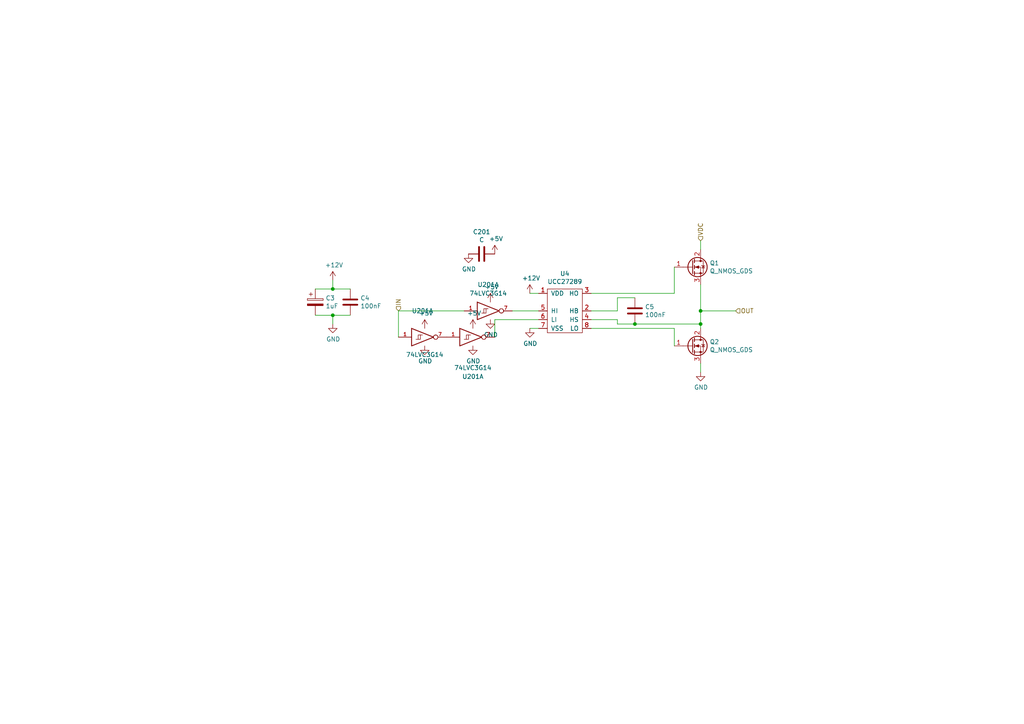
<source format=kicad_sch>
(kicad_sch (version 20211123) (generator eeschema)
  (paper "A4")
  (lib_symbols
    (symbol "74xGxx:74LVC3G14" (pin_names (offset 1.016))
      (property "Reference" "U" (at -2.54 3.81 0))
      (property "Value" "74LVC3G14" (at 0 -3.81 0))
      (symbol "74LVC3G14_0_1"
        (polyline (pts (xy -1.905 -0.635) (xy -1.27 -0.635) (xy -1.27 0.635)))
        (polyline (pts (xy -3.81 2.54) (xy -3.81 -2.54) (xy 2.54 0) (xy -3.81 2.54)) (stroke (width 0.254)))
        (polyline (pts (xy -2.54 -0.635) (xy -1.905 -0.635) (xy -1.905 0.635) (xy -0.635 0.635)))
        (pin power_in line (at 0 -2.54 270) (length 0) hide (name "GND") (number "4"))
        (pin power_in line (at 0 2.54 90) (length 0) hide (name "VCC") (number "8"))
      )
      (symbol "74LVC3G14_1_1"
        (pin input line (at -7.62 0 0) (length 3.81) (name "~") (number "1"))
        (pin output inverted (at 6.35 0 180) (length 3.81) (name "~") (number "7"))
      )
      (symbol "74LVC3G14_2_1"
        (pin output inverted (at 6.35 0 180) (length 3.81) (name "~") (number "2"))
        (pin input line (at -7.62 0 0) (length 3.81) (name "~") (number "6"))
      )
      (symbol "74LVC3G14_3_1"
        (pin input line (at -7.62 0 0) (length 3.81) (name "~") (number "3"))
        (pin output inverted (at 6.35 0 180) (length 3.81) (name "~") (number "5"))
      )
    )
    (symbol "Device:C" (pin_numbers hide) (pin_names (offset 0.254))
      (property "Reference" "C" (at 0.635 2.54 0))
      (property "Value" "C" (at 0.635 -2.54 0))
      (symbol "C_0_1"
        (polyline (pts (xy -2.032 -0.762) (xy 2.032 -0.762)) (stroke (width 0.508)))
        (polyline (pts (xy -2.032 0.762) (xy 2.032 0.762)) (stroke (width 0.508)))
      )
      (symbol "C_1_1"
        (pin passive line (at 0 3.81 270) (length 2.794) (name "~") (number "1"))
        (pin passive line (at 0 -3.81 90) (length 2.794) (name "~") (number "2"))
      )
    )
    (symbol "Device:CP" (pin_numbers hide) (pin_names (offset 0.254))
      (property "Reference" "C" (at 0.635 2.54 0))
      (property "Value" "Device_CP" (at 0.635 -2.54 0))
      (symbol "CP_0_1"
        (rectangle (start -2.286 0.508) (end 2.286 1.016))
        (polyline (pts (xy -1.778 2.286) (xy -0.762 2.286)))
        (polyline (pts (xy -1.27 2.794) (xy -1.27 1.778)))
        (rectangle (start 2.286 -0.508) (end -2.286 -1.016) (fill (type outline)))
      )
      (symbol "CP_1_1"
        (pin passive line (at 0 3.81 270) (length 2.794) (name "~") (number "1"))
        (pin passive line (at 0 -3.81 90) (length 2.794) (name "~") (number "2"))
      )
    )
    (symbol "Device:Q_NMOS_GDS" (pin_names (offset 0) hide)
      (property "Reference" "Q" (at 5.08 1.27 0))
      (property "Value" "Q_NMOS_GDS" (at 5.08 -1.27 0))
      (symbol "Q_NMOS_GDS_0_1"
        (polyline (pts (xy 0.254 0) (xy -2.54 0)))
        (polyline (pts (xy 0.254 1.905) (xy 0.254 -1.905)) (stroke (width 0.254)))
        (polyline (pts (xy 0.762 -1.27) (xy 0.762 -2.286)) (stroke (width 0.254)))
        (polyline (pts (xy 0.762 0.508) (xy 0.762 -0.508)) (stroke (width 0.254)))
        (polyline (pts (xy 0.762 2.286) (xy 0.762 1.27)) (stroke (width 0.254)))
        (polyline (pts (xy 2.54 2.54) (xy 2.54 1.778)))
        (polyline (pts (xy 2.54 -2.54) (xy 2.54 0) (xy 0.762 0)))
        (polyline (pts (xy 0.762 -1.778) (xy 3.302 -1.778) (xy 3.302 1.778) (xy 0.762 1.778)))
        (polyline (pts (xy 1.016 0) (xy 2.032 0.381) (xy 2.032 -0.381) (xy 1.016 0)) (fill (type outline)))
        (polyline (pts (xy 2.794 0.508) (xy 2.921 0.381) (xy 3.683 0.381) (xy 3.81 0.254)))
        (polyline (pts (xy 3.302 0.381) (xy 2.921 -0.254) (xy 3.683 -0.254) (xy 3.302 0.381)))
        (circle (center 1.651 0) (radius 2.794) (stroke (width 0.254)))
        (circle (center 2.54 -1.778) (radius 0.254) (fill (type outline)))
        (circle (center 2.54 1.778) (radius 0.254) (fill (type outline)))
      )
      (symbol "Q_NMOS_GDS_1_1"
        (pin input line (at -5.08 0 0) (length 2.54) (name "G") (number "1"))
        (pin passive line (at 2.54 5.08 270) (length 2.54) (name "D") (number "2"))
        (pin passive line (at 2.54 -5.08 90) (length 2.54) (name "S") (number "3"))
      )
    )
    (symbol "UCC27289:UCC27289" (pin_names (offset 1.016))
      (property "Reference" "U" (at 0 -6.35 0))
      (property "Value" "UCC27289" (at 0 8.89 0))
      (symbol "UCC27289_0_1"
        (rectangle (start -5.08 7.62) (end 5.08 -5.08))
      )
      (symbol "UCC27289_1_1"
        (pin power_in line (at -7.62 6.35 0) (length 2.54) (name "VDD") (number "1"))
        (pin bidirectional line (at 7.62 1.27 180) (length 2.54) (name "HB") (number "2"))
        (pin output line (at 7.62 6.35 180) (length 2.54) (name "HO") (number "3"))
        (pin bidirectional line (at 7.62 -1.27 180) (length 2.54) (name "HS") (number "4"))
        (pin input line (at -7.62 1.27 0) (length 2.54) (name "HI") (number "5"))
        (pin input line (at -7.62 -1.27 0) (length 2.54) (name "LI") (number "6"))
        (pin power_in line (at -7.62 -3.81 0) (length 2.54) (name "VSS") (number "7"))
        (pin output line (at 7.62 -3.81 180) (length 2.54) (name "LO") (number "8"))
      )
    )
    (symbol "power:+12V" (power) (pin_names (offset 0))
      (property "Value" "+12V" (at 0 3.556 0))
      (symbol "+12V_0_1"
        (polyline (pts (xy -0.762 1.27) (xy 0 2.54)))
        (polyline (pts (xy 0 0) (xy 0 2.54)))
        (polyline (pts (xy 0 2.54) (xy 0.762 1.27)))
      )
      (symbol "+12V_1_1"
        (pin power_in line (at 0 0 90) (length 0) hide (name "+12V") (number "1"))
      )
    )
    (symbol "power:+5V" (power) (pin_names (offset 0))
      (property "Value" "+5V" (at 0 3.556 0))
      (symbol "+5V_0_1"
        (polyline (pts (xy -0.762 1.27) (xy 0 2.54)))
        (polyline (pts (xy 0 0) (xy 0 2.54)))
        (polyline (pts (xy 0 2.54) (xy 0.762 1.27)))
      )
      (symbol "+5V_1_1"
        (pin power_in line (at 0 0 90) (length 0) hide (name "+5V") (number "1"))
      )
    )
    (symbol "power:GND" (power) (pin_names (offset 0))
      (property "Value" "GND" (at 0 -3.81 0))
      (symbol "GND_0_1"
        (polyline (pts (xy 0 0) (xy 0 -1.27) (xy 1.27 -1.27) (xy 0 -2.54) (xy -1.27 -1.27) (xy 0 -1.27)))
      )
      (symbol "GND_1_1"
        (pin power_in line (at 0 0 270) (length 0) hide (name "GND") (number "1"))
      )
    )
  )
  (junction (at 96.52 83.82))
  (junction (at 203.2 93.98))
  (junction (at 203.2 90.17))
  (junction (at 96.52 91.44))
  (junction (at 184.15 93.98))
  (wire (pts (xy 148.59 90.17) (xy 156.21 90.17)))
  (wire (pts (xy 195.58 95.25) (xy 195.58 100.33)))
  (wire (pts (xy 179.07 86.36) (xy 179.07 90.17)))
  (wire (pts (xy 184.15 86.36) (xy 179.07 86.36)))
  (wire (pts (xy 101.6 83.82) (xy 96.52 83.82)))
  (wire (pts (xy 203.2 107.95) (xy 203.2 105.41)))
  (wire (pts (xy 171.45 85.09) (xy 195.58 85.09)))
  (wire (pts (xy 96.52 83.82) (xy 96.52 81.28)))
  (wire (pts (xy 171.45 92.71) (xy 179.07 92.71)))
  (wire (pts (xy 153.67 85.09) (xy 156.21 85.09)))
  (wire (pts (xy 96.52 93.98) (xy 96.52 91.44)))
  (wire (pts (xy 203.2 93.98) (xy 203.2 95.25)))
  (wire (pts (xy 195.58 85.09) (xy 195.58 77.47)))
  (wire (pts (xy 143.51 92.71) (xy 143.51 97.79)))
  (wire (pts (xy 115.57 90.17) (xy 134.62 90.17)))
  (wire (pts (xy 143.51 92.71) (xy 156.21 92.71)))
  (wire (pts (xy 184.15 93.98) (xy 203.2 93.98)))
  (wire (pts (xy 203.2 69.85) (xy 203.2 72.39)))
  (wire (pts (xy 115.57 90.17) (xy 115.57 97.79)))
  (wire (pts (xy 96.52 83.82) (xy 91.44 83.82)))
  (wire (pts (xy 156.21 95.25) (xy 153.67 95.25)))
  (wire (pts (xy 179.07 92.71) (xy 179.07 93.98)))
  (wire (pts (xy 179.07 93.98) (xy 184.15 93.98)))
  (wire (pts (xy 101.6 91.44) (xy 96.52 91.44)))
  (wire (pts (xy 203.2 90.17) (xy 203.2 82.55)))
  (wire (pts (xy 179.07 90.17) (xy 171.45 90.17)))
  (wire (pts (xy 96.52 91.44) (xy 91.44 91.44)))
  (wire (pts (xy 203.2 90.17) (xy 213.36 90.17)))
  (wire (pts (xy 203.2 93.98) (xy 203.2 90.17)))
  (wire (pts (xy 171.45 95.25) (xy 195.58 95.25)))
  (hierarchical_label "IN" (shape input) (at 115.57 90.17 90))
  (hierarchical_label "VDC" (shape input) (at 203.2 69.85 90))
  (hierarchical_label "OUT" (shape input) (at 213.36 90.17 0))
  (symbol (lib_id "UCC27289:UCC27289") (at 163.83 91.44 0)
    (property "Reference" "U4" (at 163.83 79.375 0))
    (property "Value" "UCC27289" (at 163.83 81.6864 0))
    (property "Footprint" "Package_SO:SOIC-8-1EP_3.9x4.9mm_P1.27mm_EP2.29x3mm" (effects hide))
    (property "Datasheet" "https://www.ti.com/lit/ds/symlink/ucc27289.pdf" (effects hide))
  )
  (symbol (lib_id "Device:C") (at 184.15 90.17 0)
    (property "Reference" "C5" (at 187.071 89.0016 0) (effects (justify left)))
    (property "Value" "100nF" (at 187.071 91.313 0) (effects (justify left)))
    (property "Footprint" "Capacitor_SMD:C_1206_3216Metric" (effects hide))
  )
  (symbol (lib_id "Device:C") (at 101.6 87.63 0)
    (property "Reference" "C4" (at 104.521 86.4616 0) (effects (justify left)))
    (property "Value" "100nF" (at 104.521 88.773 0) (effects (justify left)))
    (property "Footprint" "Capacitor_SMD:C_1206_3216Metric" (effects hide))
  )
  (symbol (lib_id "Device:CP") (at 91.44 87.63 0)
    (property "Reference" "C3" (at 94.4372 86.4616 0) (effects (justify left)))
    (property "Value" "1uF" (at 94.4372 88.773 0) (effects (justify left)))
    (property "Footprint" "Capacitor_Tantalum_SMD:CP_EIA-3528-12_Kemet-T" (effects hide))
  )
  (symbol (lib_id "power:+12V") (at 153.67 85.09 0)
    (property "Reference" "#PWR0110" (effects hide))
    (property "Value" "+12V" (at 154.051 80.6958 0))
  )
  (symbol (lib_id "power:+12V") (at 96.52 81.28 0)
    (property "Reference" "#PWR0111" (effects hide))
    (property "Value" "+12V" (at 96.901 76.8858 0))
  )
  (symbol (lib_id "power:GND") (at 96.52 93.98 0)
    (property "Reference" "#PWR0112" (effects hide))
    (property "Value" "GND" (at 96.647 98.3742 0))
  )
  (symbol (lib_id "power:GND") (at 153.67 95.25 0)
    (property "Reference" "#PWR0113" (effects hide))
    (property "Value" "GND" (at 153.797 99.6442 0))
  )
  (symbol (lib_id "Device:Q_NMOS_GDS") (at 200.66 77.47 0)
    (property "Reference" "Q1" (at 205.8416 76.3016 0) (effects (justify left)))
    (property "Value" "Q_NMOS_GDS" (at 205.8416 78.613 0) (effects (justify left)))
    (property "Footprint" "Package_TO_SOT_SMD:TO-263-3_TabPin2" (effects hide))
  )
  (symbol (lib_id "Device:Q_NMOS_GDS") (at 200.66 100.33 0)
    (property "Reference" "Q2" (at 205.8416 99.1616 0) (effects (justify left)))
    (property "Value" "Q_NMOS_GDS" (at 205.8416 101.473 0) (effects (justify left)))
    (property "Footprint" "Package_TO_SOT_SMD:TO-263-3_TabPin2" (effects hide))
  )
  (symbol (lib_id "power:GND") (at 203.2 107.95 0)
    (property "Reference" "#PWR0115" (effects hide))
    (property "Value" "GND" (at 203.327 112.3442 0))
  )
  (symbol (lib_id "power:GND") (at 137.16 100.33 0)
    (property "Reference" "#PWR05" (effects hide))
    (property "Value" "GND" (at 137.287 104.7242 0))
  )
  (symbol (lib_id "power:+5V") (at 137.16 95.25 0)
    (property "Reference" "#PWR04" (effects hide))
    (property "Value" "+5V" (at 137.541 90.8558 0))
  )
  (symbol (lib_id "Device:C") (at 139.7 73.66 270)
    (property "Reference" "C201" (at 139.7 67.2592 90))
    (property "Value" "C" (at 139.7 69.5706 90))
    (property "Footprint" "Capacitor_SMD:C_0603_1608Metric" (effects hide))
  )
  (symbol (lib_id "power:GND") (at 135.89 73.66 0)
    (property "Reference" "#PWR0137" (effects hide))
    (property "Value" "GND" (at 136.017 78.0542 0))
  )
  (symbol (lib_id "power:+5V") (at 143.51 73.66 0)
    (property "Reference" "#PWR0138" (effects hide))
    (property "Value" "+5V" (at 143.891 69.2658 0))
  )
  (symbol (lib_id "power:GND") (at 123.19 100.33 0)
    (property "Reference" "#PWR0132" (effects hide))
    (property "Value" "GND" (at 123.317 104.7242 0))
  )
  (symbol (lib_id "power:+5V") (at 123.19 95.25 0)
    (property "Reference" "#PWR0129" (effects hide))
    (property "Value" "+5V" (at 123.571 90.8558 0))
  )
  (symbol (lib_id "power:+5V") (at 142.24 87.63 0)
    (property "Reference" "#PWR0143" (effects hide))
    (property "Value" "+5V" (at 142.621 83.2358 0))
  )
  (symbol (lib_id "power:GND") (at 142.24 92.71 0)
    (property "Reference" "#PWR0144" (effects hide))
    (property "Value" "GND" (at 142.367 97.1042 0))
  )
  (symbol (lib_id "74xGxx:74LVC3G14") (at 123.19 97.79 0)
    (property "Reference" "U201" (at 122.555 90.17 0))
    (property "Value" "74LVC3G14" (at 123.19 102.87 0))
    (property "Footprint" "Package_SO:VSSOP-8_2.3x2mm_P0.5mm" (effects hide))
    (property "Datasheet" "https://www.ti.com/lit/ds/symlink/sn74lvc3g14.pdf" (effects hide))
  )
  (symbol (lib_id "74xGxx:74LVC3G14") (at 137.16 97.79 0)
    (property "Reference" "U201" (at 137.16 109.22 0))
    (property "Value" "74LVC3G14" (at 137.16 106.68 0))
    (property "Footprint" "Package_SO:VSSOP-8_2.3x2mm_P0.5mm" (effects hide))
    (property "Datasheet" "https://www.ti.com/lit/ds/symlink/sn74lvc3g14.pdf" (effects hide))
  )
  (symbol (lib_id "74xGxx:74LVC3G14") (at 142.24 90.17 0)
    (property "Reference" "U201" (at 141.605 82.55 0))
    (property "Value" "74LVC3G14" (at 141.605 85.09 0))
    (property "Footprint" "Package_SO:VSSOP-8_2.3x2mm_P0.5mm" (effects hide))
    (property "Datasheet" "https://www.ti.com/lit/ds/symlink/sn74lvc3g14.pdf" (effects hide))
  )
)
</source>
